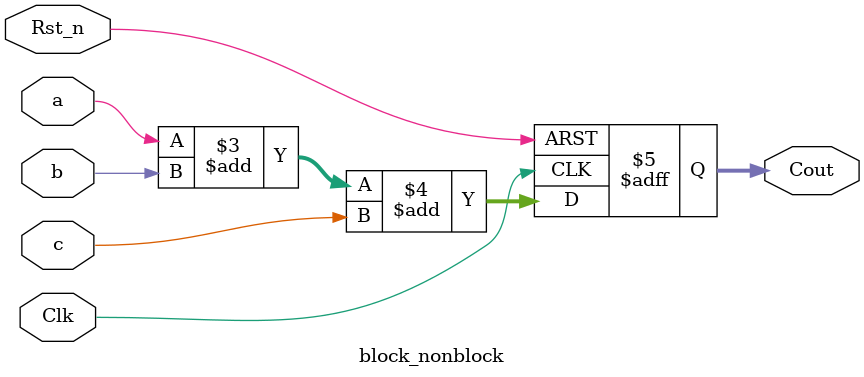
<source format=v>
`timescale 1ns / 1ps
`define tp 1


module block_nonblock(
    Clk, Rst_n, a, b, c, Cout
    );

    input Clk;
    input Rst_n;
    input a, b, c;

    output reg [1 : 0]Cout;

    reg [1 : 0] tmp;

    always @(posedge Clk or negedge Rst_n) begin
        if (!Rst_n)
            Cout <= #`tp 2'b0;
        else begin
            Cout <= #`tp a + b + c;
        end
    end
endmodule

</source>
